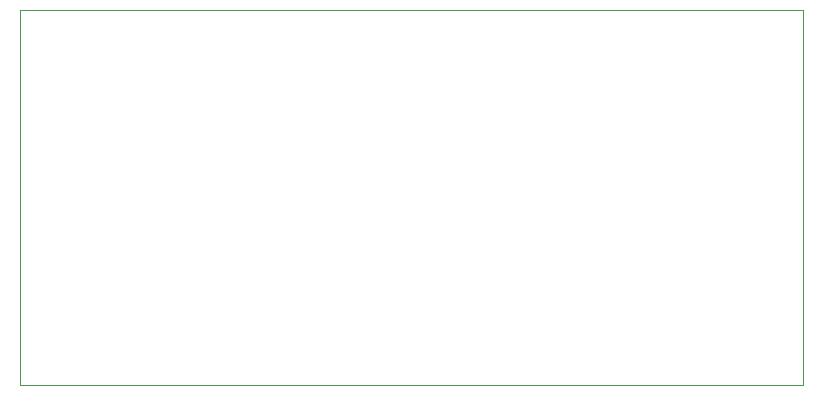
<source format=gbr>
G04 #@! TF.FileFunction,Profile,NP*
%FSLAX46Y46*%
G04 Gerber Fmt 4.6, Leading zero omitted, Abs format (unit mm)*
G04 Created by KiCad (PCBNEW 4.0.1-3.201512221401+6198~38~ubuntu15.10.1-stable) date Tue 19 Jan 2016 07:49:42 AM PST*
%MOMM*%
G01*
G04 APERTURE LIST*
%ADD10C,0.100000*%
G04 APERTURE END LIST*
D10*
X117094000Y-92456000D02*
X117094000Y-124206000D01*
X183388000Y-92456000D02*
X117094000Y-92456000D01*
X183388000Y-124206000D02*
X183388000Y-92456000D01*
X117094000Y-124206000D02*
X183388000Y-124206000D01*
M02*

</source>
